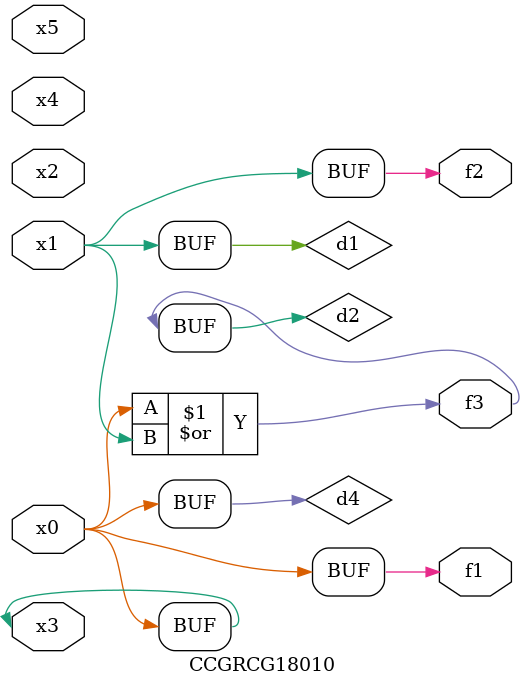
<source format=v>
module CCGRCG18010(
	input x0, x1, x2, x3, x4, x5,
	output f1, f2, f3
);

	wire d1, d2, d3, d4;

	and (d1, x1);
	or (d2, x0, x1);
	nand (d3, x0, x5);
	buf (d4, x0, x3);
	assign f1 = d4;
	assign f2 = d1;
	assign f3 = d2;
endmodule

</source>
